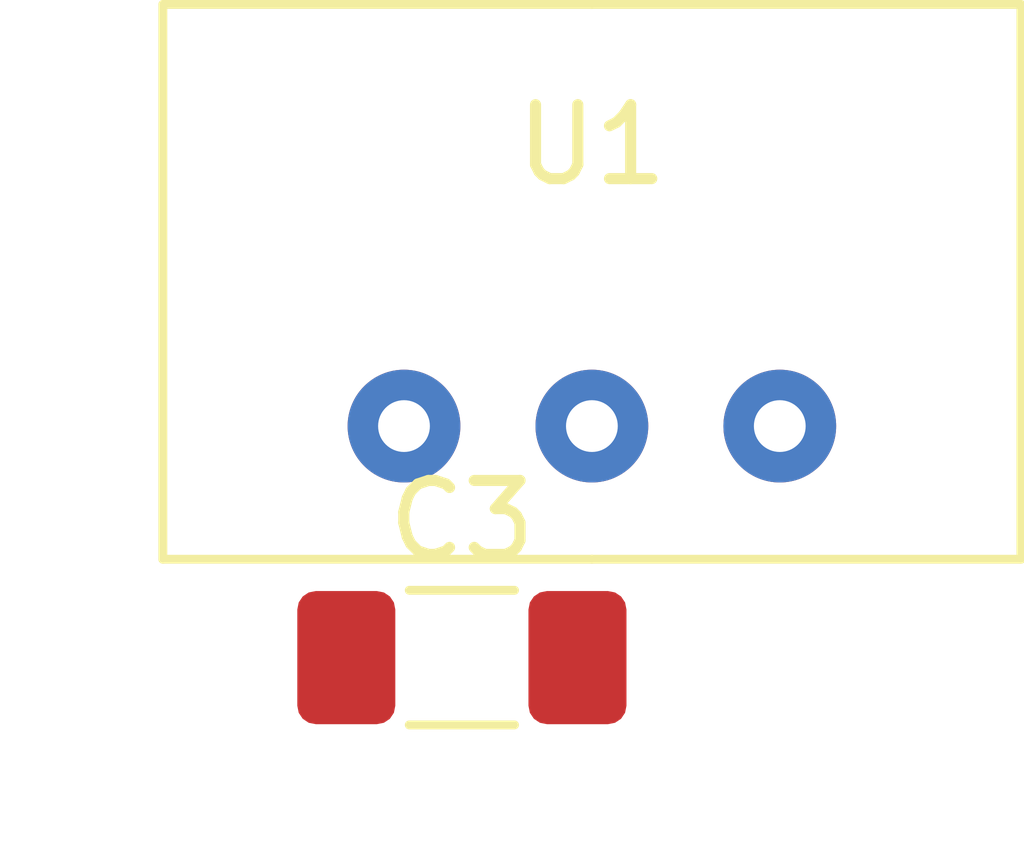
<source format=kicad_pcb>
(kicad_pcb (version 20171130) (host pcbnew "(5.1.9)-1")

  (general
    (thickness 1.6)
    (drawings 0)
    (tracks 0)
    (zones 0)
    (modules 2)
    (nets 6)
  )

  (page A4)
  (layers
    (0 F.Cu signal)
    (31 B.Cu signal)
    (32 B.Adhes user)
    (33 F.Adhes user)
    (34 B.Paste user)
    (35 F.Paste user)
    (36 B.SilkS user)
    (37 F.SilkS user)
    (38 B.Mask user)
    (39 F.Mask user)
    (40 Dwgs.User user)
    (41 Cmts.User user)
    (42 Eco1.User user)
    (43 Eco2.User user)
    (44 Edge.Cuts user)
    (45 Margin user)
    (46 B.CrtYd user)
    (47 F.CrtYd user)
    (48 B.Fab user)
    (49 F.Fab user)
  )

  (setup
    (last_trace_width 0.25)
    (trace_clearance 0.2)
    (zone_clearance 0.508)
    (zone_45_only no)
    (trace_min 0.2)
    (via_size 0.8)
    (via_drill 0.4)
    (via_min_size 0.4)
    (via_min_drill 0.3)
    (uvia_size 0.3)
    (uvia_drill 0.1)
    (uvias_allowed no)
    (uvia_min_size 0.2)
    (uvia_min_drill 0.1)
    (edge_width 0.05)
    (segment_width 0.2)
    (pcb_text_width 0.3)
    (pcb_text_size 1.5 1.5)
    (mod_edge_width 0.12)
    (mod_text_size 1 1)
    (mod_text_width 0.15)
    (pad_size 1.524 1.524)
    (pad_drill 0.762)
    (pad_to_mask_clearance 0)
    (aux_axis_origin 0 0)
    (visible_elements 7FFFFFFF)
    (pcbplotparams
      (layerselection 0x010fc_ffffffff)
      (usegerberextensions false)
      (usegerberattributes true)
      (usegerberadvancedattributes true)
      (creategerberjobfile true)
      (excludeedgelayer true)
      (linewidth 0.100000)
      (plotframeref false)
      (viasonmask false)
      (mode 1)
      (useauxorigin false)
      (hpglpennumber 1)
      (hpglpenspeed 20)
      (hpglpendiameter 15.000000)
      (psnegative false)
      (psa4output false)
      (plotreference true)
      (plotvalue true)
      (plotinvisibletext false)
      (padsonsilk false)
      (subtractmaskfromsilk false)
      (outputformat 1)
      (mirror false)
      (drillshape 1)
      (scaleselection 1)
      (outputdirectory ""))
  )

  (net 0 "")
  (net 1 "Net-(C3-Pad2)")
  (net 2 "Net-(C3-Pad1)")
  (net 3 "Net-(C4-Pad1)")
  (net 4 "Net-(C4-Pad2)")
  (net 5 "Net-(U1-Pad1)")

  (net_class Default "This is the default net class."
    (clearance 0.2)
    (trace_width 0.25)
    (via_dia 0.8)
    (via_drill 0.4)
    (uvia_dia 0.3)
    (uvia_drill 0.1)
    (add_net "Net-(C3-Pad1)")
    (add_net "Net-(C3-Pad2)")
    (add_net "Net-(C4-Pad1)")
    (add_net "Net-(C4-Pad2)")
    (add_net "Net-(U1-Pad1)")
  )

  (module higgs:V78-500 (layer F.Cu) (tedit 62238D11) (tstamp 6223B916)
    (at 64.280001 -1.859999)
    (descr "NON-ISOLATED SWITCHING REGULATOR https://eu.mouser.com/datasheet/2/670/v78_500-1774424.pdf")
    (path /62285344/622A4B95)
    (fp_text reference U1 (at 0 -3.8) (layer F.SilkS)
      (effects (font (size 1 1) (thickness 0.15)))
    )
    (fp_text value V7803-500 (at 0 -2) (layer F.Fab)
      (effects (font (size 1 1) (thickness 0.15)))
    )
    (fp_line (start -5.8 1.8) (end -5.8 -5.7) (layer F.SilkS) (width 0.12))
    (fp_line (start 5.8 -5.7) (end 5.8 1.8) (layer F.SilkS) (width 0.12))
    (fp_line (start 0 -5.7) (end -5.8 -5.7) (layer F.SilkS) (width 0.12))
    (fp_line (start 5.8 -5.7) (end 0 -5.7) (layer F.SilkS) (width 0.12))
    (fp_line (start 5.8 1.8) (end 0 1.8) (layer F.SilkS) (width 0.12))
    (fp_line (start 0 1.8) (end -5.8 1.8) (layer F.SilkS) (width 0.12))
    (pad 3 thru_hole circle (at 2.54 0) (size 1.524 1.524) (drill 0.7) (layers *.Cu *.Mask)
      (net 3 "Net-(C4-Pad1)"))
    (pad 2 thru_hole circle (at 0 0) (size 1.524 1.524) (drill 0.7) (layers *.Cu *.Mask)
      (net 4 "Net-(C4-Pad2)"))
    (pad 1 thru_hole circle (at -2.54 0) (size 1.524 1.524) (drill 0.7) (layers *.Cu *.Mask)
      (net 5 "Net-(U1-Pad1)"))
  )

  (module capacitor:C_1206_3216Metric_Pad1.33x1.80mm_HandSolder (layer F.Cu) (tedit 5F68FEEF) (tstamp 6223B909)
    (at 62.5225 1.27)
    (descr "Capacitor SMD 1206 (3216 Metric), square (rectangular) end terminal, IPC_7351 nominal with elongated pad for handsoldering. (Body size source: IPC-SM-782 page 76, https://www.pcb-3d.com/wordpress/wp-content/uploads/ipc-sm-782a_amendment_1_and_2.pdf), generated with kicad-footprint-generator")
    (tags "capacitor handsolder")
    (path /62285344/622C5797)
    (attr smd)
    (fp_text reference C3 (at 0 -1.85) (layer F.SilkS)
      (effects (font (size 1 1) (thickness 0.15)))
    )
    (fp_text value "25V 22uF ±10%" (at 0 1.85) (layer F.Fab)
      (effects (font (size 1 1) (thickness 0.15)))
    )
    (fp_line (start 2.48 1.15) (end -2.48 1.15) (layer F.CrtYd) (width 0.05))
    (fp_line (start 2.48 -1.15) (end 2.48 1.15) (layer F.CrtYd) (width 0.05))
    (fp_line (start -2.48 -1.15) (end 2.48 -1.15) (layer F.CrtYd) (width 0.05))
    (fp_line (start -2.48 1.15) (end -2.48 -1.15) (layer F.CrtYd) (width 0.05))
    (fp_line (start -0.711252 0.91) (end 0.711252 0.91) (layer F.SilkS) (width 0.12))
    (fp_line (start -0.711252 -0.91) (end 0.711252 -0.91) (layer F.SilkS) (width 0.12))
    (fp_line (start 1.6 0.8) (end -1.6 0.8) (layer F.Fab) (width 0.1))
    (fp_line (start 1.6 -0.8) (end 1.6 0.8) (layer F.Fab) (width 0.1))
    (fp_line (start -1.6 -0.8) (end 1.6 -0.8) (layer F.Fab) (width 0.1))
    (fp_line (start -1.6 0.8) (end -1.6 -0.8) (layer F.Fab) (width 0.1))
    (fp_text user %R (at 0 0) (layer F.Fab)
      (effects (font (size 0.8 0.8) (thickness 0.12)))
    )
    (pad 2 smd roundrect (at 1.5625 0) (size 1.325 1.8) (layers F.Cu F.Paste F.Mask) (roundrect_rratio 0.188679)
      (net 1 "Net-(C3-Pad2)"))
    (pad 1 smd roundrect (at -1.5625 0) (size 1.325 1.8) (layers F.Cu F.Paste F.Mask) (roundrect_rratio 0.188679)
      (net 2 "Net-(C3-Pad1)"))
    (model ${KISYS3DMOD}/Capacitor_SMD.3dshapes/C_1206_3216Metric.wrl
      (at (xyz 0 0 0))
      (scale (xyz 1 1 1))
      (rotate (xyz 0 0 0))
    )
  )

)

</source>
